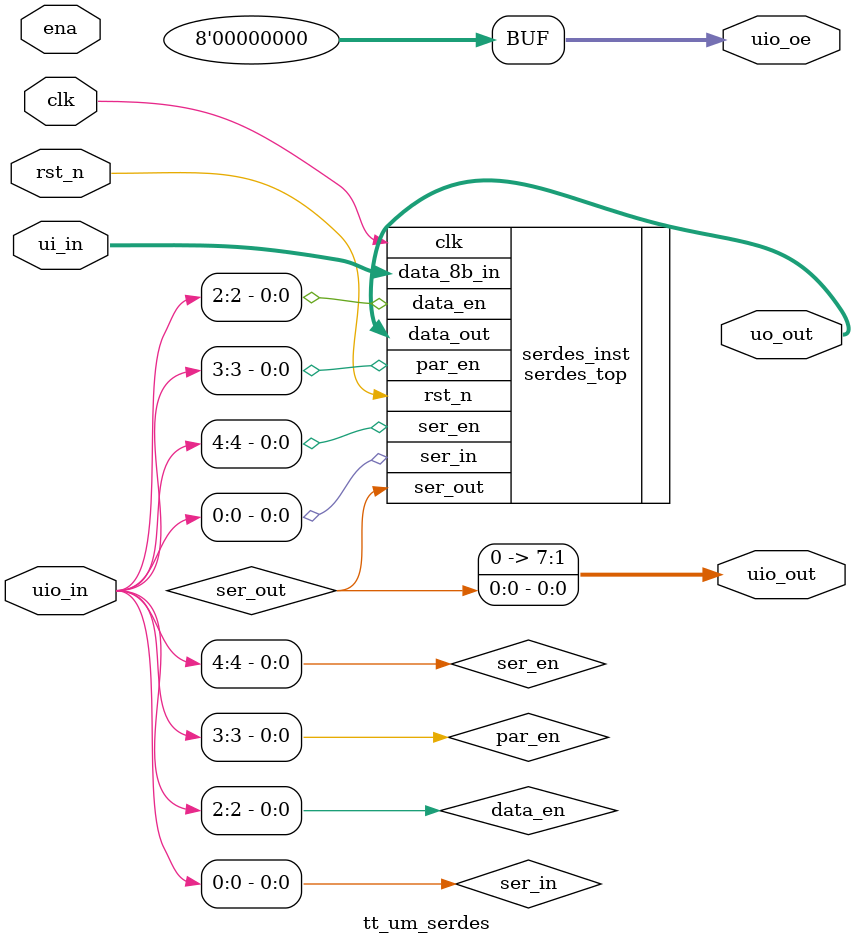
<source format=v>

/*
 * Copyright (c) 2024 Your Name
 * SPDX-License-Identifier: Apache-2.0
 */

`default_nettype none

module tt_um_serdes (
    input  wire [7:0] ui_in,    // Dedicated inputs
    output wire [7:0] uo_out,   // Dedicated outputs
    input  wire [7:0] uio_in,   // IOs: Input path
    output wire [7:0] uio_out,  // IOs: Output path
    output wire [7:0] uio_oe,   // IOs: Enable path (active high: 0=input, 1=output)
    input  wire       ena,      // always 1 when the design is powered, so you can ignore it
    input  wire       clk,      // clock
    input  wire       rst_n     // reset_n - low to reset
);

  // All output pins must be assigned. If not used, assign to 0.
 
    
    wire ser_in = uio_in[0];
    wire ser_out = uio_out[0];
    wire data_en = uio_in[2];
    wire par_en = uio_in[3];
    wire ser_en = uio_in[4];

    serdes_top serdes_inst (
        .clk(clk),
        .rst_n(rst_n),
        .data_en(data_en),
        .ser_in(ser_in),
        .par_en(par_en),  
        .ser_en(ser_en),  
        .ser_out(ser_out),
        .data_out(uo_out),
        .data_8b_in(ui_in)  
    );
      assign uio_oe = 8'b0;  
    assign uio_out[7:1] = 7'b0;
endmodule

</source>
